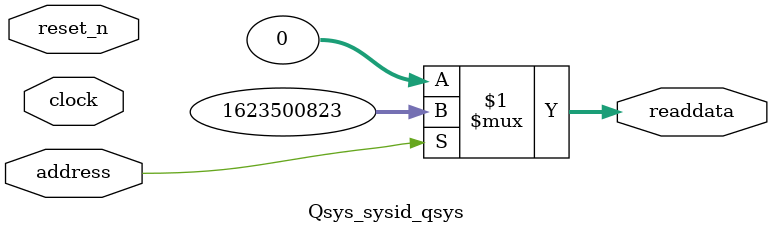
<source format=v>



// synthesis translate_off
`timescale 1ns / 1ps
// synthesis translate_on

// turn off superfluous verilog processor warnings 
// altera message_level Level1 
// altera message_off 10034 10035 10036 10037 10230 10240 10030 

module Qsys_sysid_qsys (
               // inputs:
                address,
                clock,
                reset_n,

               // outputs:
                readdata
             )
;

  output  [ 31: 0] readdata;
  input            address;
  input            clock;
  input            reset_n;

  wire    [ 31: 0] readdata;
  //control_slave, which is an e_avalon_slave
  assign readdata = address ? 1623500823 : 0;

endmodule



</source>
